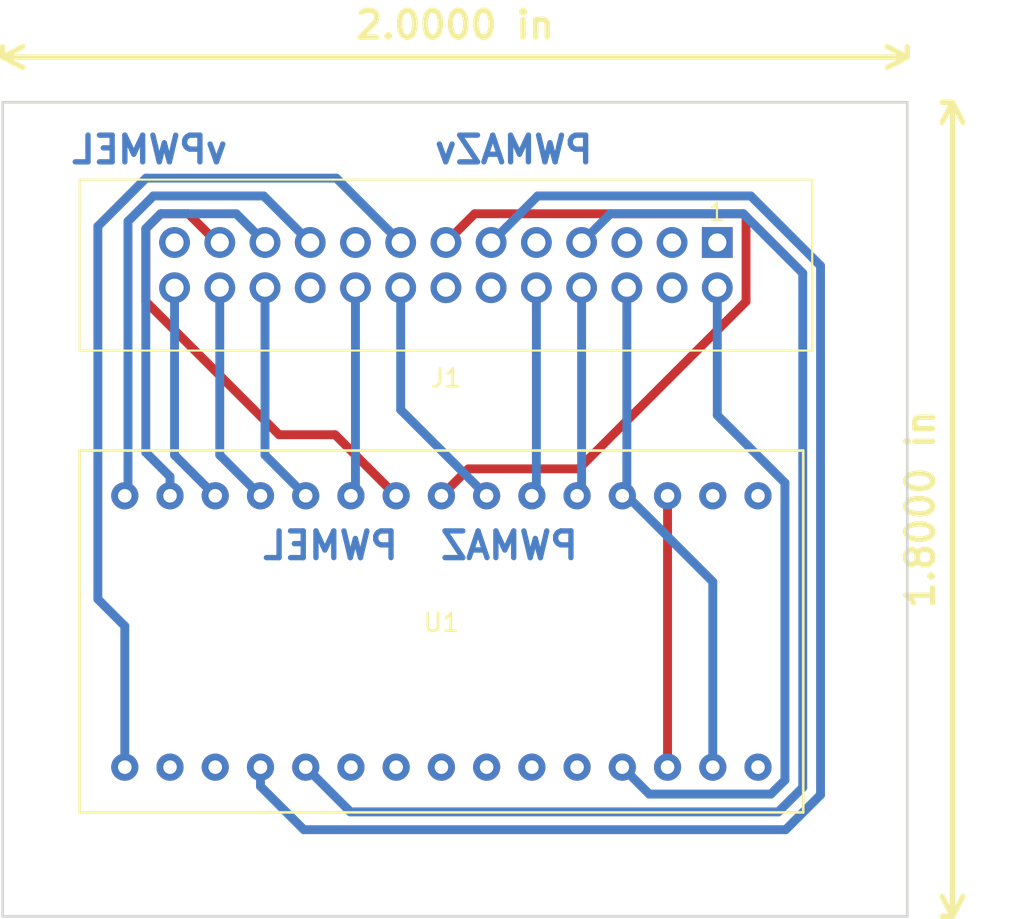
<source format=kicad_pcb>
(kicad_pcb (version 20171130) (host pcbnew "(5.1.12)-1")

  (general
    (thickness 1.6)
    (drawings 10)
    (tracks 84)
    (zones 0)
    (modules 2)
    (nets 39)
  )

  (page A4)
  (layers
    (0 F.Cu signal)
    (31 B.Cu signal)
    (32 B.Adhes user hide)
    (33 F.Adhes user)
    (34 B.Paste user)
    (35 F.Paste user)
    (36 B.SilkS user)
    (37 F.SilkS user)
    (38 B.Mask user)
    (39 F.Mask user)
    (40 Dwgs.User user)
    (41 Cmts.User user)
    (42 Eco1.User user)
    (43 Eco2.User user)
    (44 Edge.Cuts user)
    (45 Margin user)
    (46 B.CrtYd user)
    (47 F.CrtYd user)
    (48 B.Fab user)
    (49 F.Fab user)
  )

  (setup
    (last_trace_width 0.5)
    (trace_clearance 0.5)
    (zone_clearance 0.508)
    (zone_45_only no)
    (trace_min 0.1524)
    (via_size 1)
    (via_drill 0.5)
    (via_min_size 0.6858)
    (via_min_drill 0.3302)
    (uvia_size 0.3)
    (uvia_drill 0.1)
    (uvias_allowed no)
    (uvia_min_size 0.2)
    (uvia_min_drill 0.1)
    (edge_width 0.15)
    (segment_width 0.2)
    (pcb_text_width 0.3)
    (pcb_text_size 1.5 1.5)
    (mod_edge_width 0.15)
    (mod_text_size 1 1)
    (mod_text_width 0.15)
    (pad_size 1.524 1.524)
    (pad_drill 0.762)
    (pad_to_mask_clearance 0.2)
    (aux_axis_origin 0 0)
    (visible_elements 7FFFFFFF)
    (pcbplotparams
      (layerselection 0x00030_ffffffff)
      (usegerberextensions false)
      (usegerberattributes true)
      (usegerberadvancedattributes true)
      (creategerberjobfile true)
      (excludeedgelayer true)
      (linewidth 2.000000)
      (plotframeref false)
      (viasonmask false)
      (mode 1)
      (useauxorigin false)
      (hpglpennumber 1)
      (hpglpenspeed 20)
      (hpglpendiameter 15.000000)
      (psnegative false)
      (psa4output false)
      (plotreference true)
      (plotvalue true)
      (plotinvisibletext false)
      (padsonsilk false)
      (subtractmaskfromsilk false)
      (outputformat 1)
      (mirror false)
      (drillshape 1)
      (scaleselection 1)
      (outputdirectory ""))
  )

  (net 0 "")
  (net 1 3V3)
  (net 2 5V)
  (net 3 "Net-(J1-Pad3)")
  (net 4 "Net-(J1-Pad4)")
  (net 5 "Net-(J1-Pad5)")
  (net 6 GND)
  (net 7 DIRAZ)
  (net 8 ELA)
  (net 9 "Net-(J1-Pad9)")
  (net 10 ELB)
  (net 11 BRKAZ)
  (net 12 "Net-(J1-Pad12)")
  (net 13 PWMAZ)
  (net 14 "Net-(J1-Pad14)")
  (net 15 THAZ)
  (net 16 AZEND)
  (net 17 "Net-(J1-Pad17)")
  (net 18 ELEND)
  (net 19 DIREL)
  (net 20 "Net-(J1-Pad20)")
  (net 21 BRKEL)
  (net 22 AZB)
  (net 23 PWMEL)
  (net 24 AZA)
  (net 25 "Net-(J1-Pad25)")
  (net 26 THEL)
  (net 27 "Net-(U1-Pad3V3)")
  (net 28 "Net-(U1-PadREF)")
  (net 29 "Net-(U1-PadA3)")
  (net 30 "Net-(U1-PadA4)")
  (net 31 "Net-(U1-PadA5)")
  (net 32 "Net-(U1-PadA6)")
  (net 33 "Net-(U1-PadA7)")
  (net 34 "Net-(U1-PadRST)")
  (net 35 "Net-(U1-PadVIN)")
  (net 36 "Net-(U1-PadRX0)")
  (net 37 "Net-(U1-PadTX1)")
  (net 38 "Net-(U1-PadA2)")

  (net_class Default "This is the default net class."
    (clearance 0.5)
    (trace_width 0.5)
    (via_dia 1)
    (via_drill 0.5)
    (uvia_dia 0.3)
    (uvia_drill 0.1)
    (add_net 3V3)
    (add_net 5V)
    (add_net AZA)
    (add_net AZB)
    (add_net AZEND)
    (add_net BRKAZ)
    (add_net BRKEL)
    (add_net DIRAZ)
    (add_net DIREL)
    (add_net ELA)
    (add_net ELB)
    (add_net ELEND)
    (add_net GND)
    (add_net "Net-(J1-Pad12)")
    (add_net "Net-(J1-Pad14)")
    (add_net "Net-(J1-Pad17)")
    (add_net "Net-(J1-Pad20)")
    (add_net "Net-(J1-Pad25)")
    (add_net "Net-(J1-Pad3)")
    (add_net "Net-(J1-Pad4)")
    (add_net "Net-(J1-Pad5)")
    (add_net "Net-(J1-Pad9)")
    (add_net "Net-(U1-Pad3V3)")
    (add_net "Net-(U1-PadA2)")
    (add_net "Net-(U1-PadA3)")
    (add_net "Net-(U1-PadA4)")
    (add_net "Net-(U1-PadA5)")
    (add_net "Net-(U1-PadA6)")
    (add_net "Net-(U1-PadA7)")
    (add_net "Net-(U1-PadREF)")
    (add_net "Net-(U1-PadRST)")
    (add_net "Net-(U1-PadRX0)")
    (add_net "Net-(U1-PadTX1)")
    (add_net "Net-(U1-PadVIN)")
    (add_net PWMAZ)
    (add_net PWMEL)
    (add_net THAZ)
    (add_net THEL)
  )

  (module nanolib:ArduinoNano (layer F.Cu) (tedit 57FCDD58) (tstamp 5931531C)
    (at 146.558 121.158 180)
    (descr A0)
    (path /59307DA0)
    (fp_text reference U1 (at 0 0.5 180) (layer F.SilkS)
      (effects (font (size 1 1) (thickness 0.15)))
    )
    (fp_text value ArduinoNano (at 0 -0.5 180) (layer F.Fab)
      (effects (font (size 1 1) (thickness 0.15)))
    )
    (fp_line (start -20.32 -10.16) (end -20.32 10.16) (layer F.SilkS) (width 0.15))
    (fp_line (start -20.32 10.16) (end 20.32 10.16) (layer F.SilkS) (width 0.15))
    (fp_line (start 20.32 10.16) (end 20.32 -10.16) (layer F.SilkS) (width 0.15))
    (fp_line (start 20.32 -10.16) (end -20.32 -10.16) (layer F.SilkS) (width 0.15))
    (pad D13 thru_hole circle (at 17.78 -7.62 180) (size 1.524 1.524) (drill 0.762) (layers *.Cu *.Mask)
      (net 15 THAZ))
    (pad 3V3 thru_hole circle (at 15.24 -7.62 180) (size 1.524 1.524) (drill 0.762) (layers *.Cu *.Mask)
      (net 27 "Net-(U1-Pad3V3)"))
    (pad REF thru_hole circle (at 12.7 -7.62 180) (size 1.524 1.524) (drill 0.762) (layers *.Cu *.Mask)
      (net 28 "Net-(U1-PadREF)"))
    (pad A0 thru_hole circle (at 10.16 -7.62 180) (size 1.524 1.524) (drill 0.762) (layers *.Cu *.Mask)
      (net 11 BRKAZ))
    (pad A1 thru_hole circle (at 7.62 -7.62 180) (size 1.524 1.524) (drill 0.762) (layers *.Cu *.Mask)
      (net 7 DIRAZ))
    (pad A2 thru_hole circle (at 5.08 -7.62 180) (size 1.524 1.524) (drill 0.762) (layers *.Cu *.Mask)
      (net 38 "Net-(U1-PadA2)"))
    (pad A3 thru_hole circle (at 2.54 -7.62 180) (size 1.524 1.524) (drill 0.762) (layers *.Cu *.Mask)
      (net 29 "Net-(U1-PadA3)"))
    (pad A4 thru_hole circle (at 0 -7.62 180) (size 1.524 1.524) (drill 0.762) (layers *.Cu *.Mask)
      (net 30 "Net-(U1-PadA4)"))
    (pad A5 thru_hole circle (at -2.54 -7.62 180) (size 1.524 1.524) (drill 0.762) (layers *.Cu *.Mask)
      (net 31 "Net-(U1-PadA5)"))
    (pad A6 thru_hole circle (at -5.08 -7.62 180) (size 1.524 1.524) (drill 0.762) (layers *.Cu *.Mask)
      (net 32 "Net-(U1-PadA6)"))
    (pad A7 thru_hole circle (at -7.62 -7.62 180) (size 1.524 1.524) (drill 0.762) (layers *.Cu *.Mask)
      (net 33 "Net-(U1-PadA7)"))
    (pad 5V thru_hole circle (at -10.16 -7.62 180) (size 1.524 1.524) (drill 0.762) (layers *.Cu *.Mask)
      (net 2 5V))
    (pad RST thru_hole circle (at -12.7 -7.62 180) (size 1.524 1.524) (drill 0.762) (layers *.Cu *.Mask)
      (net 34 "Net-(U1-PadRST)"))
    (pad GND thru_hole circle (at -15.24 -7.62 180) (size 1.524 1.524) (drill 0.762) (layers *.Cu *.Mask)
      (net 6 GND))
    (pad VIN thru_hole circle (at -17.78 -7.62 180) (size 1.524 1.524) (drill 0.762) (layers *.Cu *.Mask)
      (net 35 "Net-(U1-PadVIN)"))
    (pad D12 thru_hole circle (at 17.78 7.62 180) (size 1.524 1.524) (drill 0.762) (layers *.Cu *.Mask)
      (net 19 DIREL))
    (pad D11 thru_hole circle (at 15.24 7.62 180) (size 1.524 1.524) (drill 0.762) (layers *.Cu *.Mask)
      (net 21 BRKEL))
    (pad D10 thru_hole circle (at 12.7 7.62 180) (size 1.524 1.524) (drill 0.762) (layers *.Cu *.Mask)
      (net 26 THEL))
    (pad D9 thru_hole circle (at 10.16 7.62 180) (size 1.524 1.524) (drill 0.762) (layers *.Cu *.Mask)
      (net 24 AZA))
    (pad D8 thru_hole circle (at 7.62 7.62 180) (size 1.524 1.524) (drill 0.762) (layers *.Cu *.Mask)
      (net 22 AZB))
    (pad D7 thru_hole circle (at 5.08 7.62 180) (size 1.524 1.524) (drill 0.762) (layers *.Cu *.Mask)
      (net 18 ELEND))
    (pad D6 thru_hole circle (at 2.54 7.62 180) (size 1.524 1.524) (drill 0.762) (layers *.Cu *.Mask)
      (net 23 PWMEL))
    (pad D5 thru_hole circle (at 0 7.62 180) (size 1.524 1.524) (drill 0.762) (layers *.Cu *.Mask)
      (net 13 PWMAZ))
    (pad D4 thru_hole circle (at -2.54 7.62 180) (size 1.524 1.524) (drill 0.762) (layers *.Cu *.Mask)
      (net 16 AZEND))
    (pad D3 thru_hole circle (at -5.08 7.62 180) (size 1.524 1.524) (drill 0.762) (layers *.Cu *.Mask)
      (net 10 ELB))
    (pad D2 thru_hole circle (at -7.62 7.62 180) (size 1.524 1.524) (drill 0.762) (layers *.Cu *.Mask)
      (net 8 ELA))
    (pad GND thru_hole circle (at -10.16 7.62 180) (size 1.524 1.524) (drill 0.762) (layers *.Cu *.Mask)
      (net 6 GND))
    (pad RST thru_hole circle (at -12.7 7.62 180) (size 1.524 1.524) (drill 0.762) (layers *.Cu *.Mask)
      (net 34 "Net-(U1-PadRST)"))
    (pad RX0 thru_hole circle (at -15.24 7.62 180) (size 1.524 1.524) (drill 0.762) (layers *.Cu *.Mask)
      (net 36 "Net-(U1-PadRX0)"))
    (pad TX1 thru_hole circle (at -17.78 7.62 180) (size 1.524 1.524) (drill 0.762) (layers *.Cu *.Mask)
      (net 37 "Net-(U1-PadTX1)"))
  )

  (module Connectors:IDC_Header_Straight_26pins (layer F.Cu) (tedit 0) (tstamp 593152F6)
    (at 162.052 99.314 180)
    (descr "26 pins through hole IDC header")
    (tags "IDC header socket VASCH")
    (path /59307677)
    (fp_text reference J1 (at 15.24 -7.62 180) (layer F.SilkS)
      (effects (font (size 1 1) (thickness 0.15)))
    )
    (fp_text value CONN_02X13 (at 16.383 -6.604 180) (layer F.Fab)
      (effects (font (size 1 1) (thickness 0.15)))
    )
    (fp_line (start -5.33 3.53) (end -5.33 -6.07) (layer F.SilkS) (width 0.12))
    (fp_line (start 35.81 3.53) (end -5.33 3.53) (layer F.SilkS) (width 0.12))
    (fp_line (start 35.81 -6.07) (end 35.81 3.53) (layer F.SilkS) (width 0.12))
    (fp_line (start -5.33 -6.07) (end 35.81 -6.07) (layer F.SilkS) (width 0.12))
    (fp_line (start -5.58 3.78) (end -5.58 -6.32) (layer F.CrtYd) (width 0.05))
    (fp_line (start 36.06 3.78) (end -5.58 3.78) (layer F.CrtYd) (width 0.05))
    (fp_line (start 36.06 -6.32) (end 36.06 3.78) (layer F.CrtYd) (width 0.05))
    (fp_line (start -5.58 -6.32) (end 36.06 -6.32) (layer F.CrtYd) (width 0.05))
    (fp_line (start 35.56 3.28) (end 35 2.73) (layer F.Fab) (width 0.1))
    (fp_line (start -5.08 3.28) (end -4.54 2.73) (layer F.Fab) (width 0.1))
    (fp_line (start 35.56 -5.82) (end 35 -5.27) (layer F.Fab) (width 0.1))
    (fp_line (start -5.08 -5.82) (end -4.54 -5.27) (layer F.Fab) (width 0.1))
    (fp_line (start 35 -5.27) (end 35 2.73) (layer F.Fab) (width 0.1))
    (fp_line (start 35.56 -5.82) (end 35.56 3.28) (layer F.Fab) (width 0.1))
    (fp_line (start -4.54 -5.27) (end -4.54 2.73) (layer F.Fab) (width 0.1))
    (fp_line (start -5.08 -5.82) (end -5.08 3.28) (layer F.Fab) (width 0.1))
    (fp_line (start 17.49 2.73) (end 17.49 3.28) (layer F.Fab) (width 0.1))
    (fp_line (start 12.99 2.73) (end 12.99 3.28) (layer F.Fab) (width 0.1))
    (fp_line (start 17.49 2.73) (end 35 2.73) (layer F.Fab) (width 0.1))
    (fp_line (start -4.54 2.73) (end 12.99 2.73) (layer F.Fab) (width 0.1))
    (fp_line (start -5.08 3.28) (end 35.56 3.28) (layer F.Fab) (width 0.1))
    (fp_line (start -4.54 -5.27) (end 35 -5.27) (layer F.Fab) (width 0.1))
    (fp_line (start -5.08 -5.82) (end 35.56 -5.82) (layer F.Fab) (width 0.1))
    (fp_text user 1 (at 0.02 1.72 180) (layer F.SilkS)
      (effects (font (size 1 1) (thickness 0.12)))
    )
    (pad 1 thru_hole rect (at 0 0 180) (size 1.7272 1.7272) (drill 1.016) (layers *.Cu *.Mask)
      (net 1 3V3))
    (pad 2 thru_hole oval (at 0 -2.54 180) (size 1.7272 1.7272) (drill 1.016) (layers *.Cu *.Mask)
      (net 2 5V))
    (pad 3 thru_hole oval (at 2.54 0 180) (size 1.7272 1.7272) (drill 1.016) (layers *.Cu *.Mask)
      (net 3 "Net-(J1-Pad3)"))
    (pad 4 thru_hole oval (at 2.54 -2.54 180) (size 1.7272 1.7272) (drill 1.016) (layers *.Cu *.Mask)
      (net 4 "Net-(J1-Pad4)"))
    (pad 5 thru_hole oval (at 5.08 0 180) (size 1.7272 1.7272) (drill 1.016) (layers *.Cu *.Mask)
      (net 5 "Net-(J1-Pad5)"))
    (pad 6 thru_hole oval (at 5.08 -2.54 180) (size 1.7272 1.7272) (drill 1.016) (layers *.Cu *.Mask)
      (net 6 GND))
    (pad 7 thru_hole oval (at 7.62 0 180) (size 1.7272 1.7272) (drill 1.016) (layers *.Cu *.Mask)
      (net 7 DIRAZ))
    (pad 8 thru_hole oval (at 7.62 -2.54 180) (size 1.7272 1.7272) (drill 1.016) (layers *.Cu *.Mask)
      (net 8 ELA))
    (pad 9 thru_hole oval (at 10.16 0 180) (size 1.7272 1.7272) (drill 1.016) (layers *.Cu *.Mask)
      (net 9 "Net-(J1-Pad9)"))
    (pad 10 thru_hole oval (at 10.16 -2.54 180) (size 1.7272 1.7272) (drill 1.016) (layers *.Cu *.Mask)
      (net 10 ELB))
    (pad 11 thru_hole oval (at 12.7 0 180) (size 1.7272 1.7272) (drill 1.016) (layers *.Cu *.Mask)
      (net 11 BRKAZ))
    (pad 12 thru_hole oval (at 12.7 -2.54 180) (size 1.7272 1.7272) (drill 1.016) (layers *.Cu *.Mask)
      (net 12 "Net-(J1-Pad12)"))
    (pad 13 thru_hole oval (at 15.24 0 180) (size 1.7272 1.7272) (drill 1.016) (layers *.Cu *.Mask)
      (net 13 PWMAZ))
    (pad 14 thru_hole oval (at 15.24 -2.54 180) (size 1.7272 1.7272) (drill 1.016) (layers *.Cu *.Mask)
      (net 14 "Net-(J1-Pad14)"))
    (pad 15 thru_hole oval (at 17.78 0 180) (size 1.7272 1.7272) (drill 1.016) (layers *.Cu *.Mask)
      (net 15 THAZ))
    (pad 16 thru_hole oval (at 17.78 -2.54 180) (size 1.7272 1.7272) (drill 1.016) (layers *.Cu *.Mask)
      (net 16 AZEND))
    (pad 17 thru_hole oval (at 20.32 0 180) (size 1.7272 1.7272) (drill 1.016) (layers *.Cu *.Mask)
      (net 17 "Net-(J1-Pad17)"))
    (pad 18 thru_hole oval (at 20.32 -2.54 180) (size 1.7272 1.7272) (drill 1.016) (layers *.Cu *.Mask)
      (net 18 ELEND))
    (pad 19 thru_hole oval (at 22.86 0 180) (size 1.7272 1.7272) (drill 1.016) (layers *.Cu *.Mask)
      (net 19 DIREL))
    (pad 20 thru_hole oval (at 22.86 -2.54 180) (size 1.7272 1.7272) (drill 1.016) (layers *.Cu *.Mask)
      (net 20 "Net-(J1-Pad20)"))
    (pad 21 thru_hole oval (at 25.4 0 180) (size 1.7272 1.7272) (drill 1.016) (layers *.Cu *.Mask)
      (net 21 BRKEL))
    (pad 22 thru_hole oval (at 25.4 -2.54 180) (size 1.7272 1.7272) (drill 1.016) (layers *.Cu *.Mask)
      (net 22 AZB))
    (pad 23 thru_hole oval (at 27.94 0 180) (size 1.7272 1.7272) (drill 1.016) (layers *.Cu *.Mask)
      (net 23 PWMEL))
    (pad 24 thru_hole oval (at 27.94 -2.54 180) (size 1.7272 1.7272) (drill 1.016) (layers *.Cu *.Mask)
      (net 24 AZA))
    (pad 25 thru_hole oval (at 30.48 0 180) (size 1.7272 1.7272) (drill 1.016) (layers *.Cu *.Mask)
      (net 25 "Net-(J1-Pad25)"))
    (pad 26 thru_hole oval (at 30.48 -2.54 180) (size 1.7272 1.7272) (drill 1.016) (layers *.Cu *.Mask)
      (net 26 THEL))
  )

  (dimension 45.72 (width 0.3) (layer F.SilkS)
    (gr_text "45.720 mm" (at 175.26 114.3 270) (layer F.SilkS)
      (effects (font (size 1.5 1.5) (thickness 0.3)))
    )
    (feature1 (pts (xy 175.26 137.16) (xy 175.26 137.16)))
    (feature2 (pts (xy 175.26 91.44) (xy 175.26 91.44)))
    (crossbar (pts (xy 175.26 91.44) (xy 175.26 137.16)))
    (arrow1a (pts (xy 175.26 137.16) (xy 174.673579 136.033496)))
    (arrow1b (pts (xy 175.26 137.16) (xy 175.846421 136.033496)))
    (arrow2a (pts (xy 175.26 91.44) (xy 174.673579 92.566504)))
    (arrow2b (pts (xy 175.26 91.44) (xy 175.846421 92.566504)))
  )
  (dimension 50.8 (width 0.3) (layer F.SilkS)
    (gr_text "50.800 mm" (at 147.32 88.9) (layer F.SilkS)
      (effects (font (size 1.5 1.5) (thickness 0.3)))
    )
    (feature1 (pts (xy 121.92 88.9) (xy 121.92 88.9)))
    (feature2 (pts (xy 172.72 88.9) (xy 172.72 88.9)))
    (crossbar (pts (xy 172.72 88.9) (xy 121.92 88.9)))
    (arrow1a (pts (xy 121.92 88.9) (xy 123.046504 88.313579)))
    (arrow1b (pts (xy 121.92 88.9) (xy 123.046504 89.486421)))
    (arrow2a (pts (xy 172.72 88.9) (xy 171.593496 88.313579)))
    (arrow2b (pts (xy 172.72 88.9) (xy 171.593496 89.486421)))
  )
  (gr_line (start 121.92 91.44) (end 172.72 91.44) (layer Edge.Cuts) (width 0.15))
  (gr_line (start 172.72 137.16) (end 172.72 91.44) (layer Edge.Cuts) (width 0.15))
  (gr_line (start 121.92 137.16) (end 172.72 137.16) (layer Edge.Cuts) (width 0.15))
  (gr_line (start 121.92 91.44) (end 121.92 137.16) (layer Edge.Cuts) (width 0.15))
  (gr_text PWMAZv (at 150.622 94.107) (layer B.Cu)
    (effects (font (size 1.5 1.5) (thickness 0.3)) (justify mirror))
  )
  (gr_text vPWMEL (at 130.175 94.107) (layer B.Cu)
    (effects (font (size 1.5 1.5) (thickness 0.3)) (justify mirror))
  )
  (gr_text PWMAZ (at 150.368 116.332) (layer B.Cu)
    (effects (font (size 1.5 1.5) (thickness 0.3)) (justify mirror))
  )
  (gr_text PWMEL (at 140.335 116.332) (layer B.Cu)
    (effects (font (size 1.5 1.5) (thickness 0.3)) (justify mirror))
  )

  (segment (start 162.052 101.854) (end 162.052 109.014) (width 0.5) (layer B.Cu) (net 2))
  (segment (start 162.052 109.014) (end 165.85 112.812) (width 0.5) (layer B.Cu) (net 2))
  (segment (start 165.85 112.812) (end 165.85 129.504) (width 0.5) (layer B.Cu) (net 2))
  (segment (start 165.85 129.504) (end 165.064 130.29) (width 0.5) (layer B.Cu) (net 2))
  (segment (start 165.064 130.29) (end 158.23 130.29) (width 0.5) (layer B.Cu) (net 2))
  (segment (start 158.23 130.29) (end 156.718 128.778) (width 0.5) (layer B.Cu) (net 2))
  (segment (start 156.845 113.411) (end 161.798 118.364) (width 0.5) (layer B.Cu) (net 6))
  (segment (start 161.798 118.364) (end 161.798 128.778) (width 0.5) (layer B.Cu) (net 6))
  (segment (start 156.845 113.411) (end 156.718 113.538) (width 0.5) (layer B.Cu) (net 6))
  (segment (start 156.972 101.854) (end 156.972 113.284) (width 0.5) (layer B.Cu) (net 6))
  (segment (start 156.972 113.284) (end 156.845 113.411) (width 0.5) (layer B.Cu) (net 6))
  (segment (start 156.972 113.284) (end 156.718 113.538) (width 0.5) (layer F.Cu) (net 6))
  (segment (start 138.938 128.778) (end 141.45 131.29) (width 0.5) (layer B.Cu) (net 7))
  (segment (start 141.45 131.29) (end 165.478 131.29) (width 0.5) (layer B.Cu) (net 7))
  (segment (start 165.478 131.29) (end 166.85 129.918) (width 0.5) (layer B.Cu) (net 7))
  (segment (start 166.85 129.918) (end 166.85 101.035) (width 0.5) (layer B.Cu) (net 7))
  (segment (start 166.85 101.035) (end 163.516 97.7004) (width 0.5) (layer B.Cu) (net 7))
  (segment (start 163.516 97.7004) (end 156.046 97.7004) (width 0.5) (layer B.Cu) (net 7))
  (segment (start 156.046 97.7004) (end 155.296 98.4504) (width 0.5) (layer B.Cu) (net 7))
  (segment (start 155.296 98.4504) (end 154.432 99.314) (width 0.5) (layer B.Cu) (net 7))
  (segment (start 154.178 102.108) (end 154.432 101.854) (width 0.1524) (layer F.Cu) (net 8))
  (segment (start 154.432 113.284) (end 154.178 113.538) (width 0.5) (layer F.Cu) (net 8))
  (segment (start 154.432 101.854) (end 154.432 113.284) (width 0.5) (layer B.Cu) (net 8))
  (segment (start 154.432 113.284) (end 154.178 113.538) (width 0.5) (layer B.Cu) (net 8))
  (segment (start 151.892 113.284) (end 151.638 113.538) (width 0.5) (layer F.Cu) (net 10))
  (segment (start 151.892 101.854) (end 151.892 113.284) (width 0.5) (layer B.Cu) (net 10))
  (segment (start 151.892 113.284) (end 151.638 113.538) (width 0.5) (layer B.Cu) (net 10))
  (segment (start 136.398 128.778) (end 136.398 129.856) (width 0.5) (layer B.Cu) (net 11))
  (segment (start 136.398 129.856) (end 138.832 132.29) (width 0.5) (layer B.Cu) (net 11))
  (segment (start 138.832 132.29) (end 165.892 132.29) (width 0.5) (layer B.Cu) (net 11))
  (segment (start 165.892 132.29) (end 167.85 130.332) (width 0.5) (layer B.Cu) (net 11))
  (segment (start 167.85 130.332) (end 167.85 100.621) (width 0.5) (layer B.Cu) (net 11))
  (segment (start 167.85 100.621) (end 163.93 96.7004) (width 0.5) (layer B.Cu) (net 11))
  (segment (start 163.93 96.7004) (end 151.966 96.7004) (width 0.5) (layer B.Cu) (net 11))
  (segment (start 151.966 96.7004) (end 150.216 98.4504) (width 0.5) (layer B.Cu) (net 11))
  (segment (start 150.216 98.4504) (end 149.352 99.314) (width 0.5) (layer B.Cu) (net 11))
  (segment (start 146.812 99.314) (end 148.426 97.7004) (width 0.5) (layer F.Cu) (net 13))
  (segment (start 148.426 97.7004) (end 163.516 97.7004) (width 0.5) (layer F.Cu) (net 13))
  (segment (start 163.516 97.7004) (end 163.666 97.8504) (width 0.5) (layer F.Cu) (net 13))
  (segment (start 163.666 97.8504) (end 163.666 102.629) (width 0.5) (layer F.Cu) (net 13))
  (segment (start 163.666 102.629) (end 154.268 112.026) (width 0.5) (layer F.Cu) (net 13))
  (segment (start 154.268 112.026) (end 148.07 112.026) (width 0.5) (layer F.Cu) (net 13))
  (segment (start 148.07 112.026) (end 146.558 113.538) (width 0.5) (layer F.Cu) (net 13))
  (segment (start 144.018 99.314) (end 144.272 99.314) (width 0.5) (layer F.Cu) (net 15))
  (segment (start 128.778 128.778) (end 128.778 120.856) (width 0.5) (layer B.Cu) (net 15))
  (segment (start 128.778 120.856) (end 127.266 119.344) (width 0.5) (layer B.Cu) (net 15))
  (segment (start 127.266 119.344) (end 127.266 98.4034) (width 0.5) (layer B.Cu) (net 15))
  (segment (start 127.266 98.4034) (end 129.969 95.7004) (width 0.5) (layer B.Cu) (net 15))
  (segment (start 129.969 95.7004) (end 140.658 95.7004) (width 0.5) (layer B.Cu) (net 15))
  (segment (start 140.658 95.7004) (end 143.408 98.4504) (width 0.5) (layer B.Cu) (net 15))
  (segment (start 143.408 98.4504) (end 144.272 99.314) (width 0.5) (layer B.Cu) (net 15))
  (segment (start 144.272 101.854) (end 144.272 108.712) (width 0.5) (layer B.Cu) (net 16))
  (segment (start 144.272 108.712) (end 149.098 113.538) (width 0.5) (layer B.Cu) (net 16))
  (segment (start 141.732 113.284) (end 141.478 113.538) (width 0.5) (layer F.Cu) (net 18))
  (segment (start 141.732 101.854) (end 141.732 113.284) (width 0.5) (layer B.Cu) (net 18))
  (segment (start 141.732 113.284) (end 141.478 113.538) (width 0.5) (layer B.Cu) (net 18))
  (segment (start 128.778 113.538) (end 128.958 113.718) (width 0.5) (layer B.Cu) (net 19))
  (segment (start 128.958 113.718) (end 128.958 98.1253) (width 0.5) (layer B.Cu) (net 19))
  (segment (start 128.958 98.1253) (end 130.383 96.7004) (width 0.5) (layer B.Cu) (net 19))
  (segment (start 130.383 96.7004) (end 136.578 96.7004) (width 0.5) (layer B.Cu) (net 19))
  (segment (start 136.578 96.7004) (end 138.328 98.4504) (width 0.5) (layer B.Cu) (net 19))
  (segment (start 138.328 98.4504) (end 139.192 99.314) (width 0.5) (layer B.Cu) (net 19))
  (segment (start 131.318 113.538) (end 131.318 112.46) (width 0.5) (layer B.Cu) (net 21))
  (segment (start 131.318 112.46) (end 129.958 111.101) (width 0.5) (layer B.Cu) (net 21))
  (segment (start 129.958 111.101) (end 129.958 98.5395) (width 0.5) (layer B.Cu) (net 21))
  (segment (start 129.958 98.5395) (end 130.797 97.7004) (width 0.5) (layer B.Cu) (net 21))
  (segment (start 130.797 97.7004) (end 135.038 97.7004) (width 0.5) (layer B.Cu) (net 21))
  (segment (start 135.038 97.7004) (end 135.788 98.4504) (width 0.5) (layer B.Cu) (net 21))
  (segment (start 135.788 98.4504) (end 136.652 99.314) (width 0.5) (layer B.Cu) (net 21))
  (segment (start 136.652 101.854) (end 136.652 111.252) (width 0.5) (layer B.Cu) (net 22))
  (segment (start 136.652 111.252) (end 138.938 113.538) (width 0.5) (layer B.Cu) (net 22))
  (segment (start 134.112 99.314) (end 134.112 99.4659) (width 0.5) (layer F.Cu) (net 23))
  (segment (start 134.112 99.4659) (end 132.347 97.7004) (width 0.5) (layer F.Cu) (net 23))
  (segment (start 132.347 97.7004) (end 130.797 97.7004) (width 0.5) (layer F.Cu) (net 23))
  (segment (start 130.797 97.7004) (end 129.958 98.5395) (width 0.5) (layer F.Cu) (net 23))
  (segment (start 129.958 98.5395) (end 129.958 102.629) (width 0.5) (layer F.Cu) (net 23))
  (segment (start 129.958 102.629) (end 137.439 110.109) (width 0.5) (layer F.Cu) (net 23))
  (segment (start 137.439 110.109) (end 140.589 110.109) (width 0.5) (layer F.Cu) (net 23))
  (segment (start 140.589 110.109) (end 144.018 113.538) (width 0.5) (layer F.Cu) (net 23))
  (segment (start 134.112 101.854) (end 134.112 111.252) (width 0.5) (layer B.Cu) (net 24))
  (segment (start 134.112 111.252) (end 136.398 113.538) (width 0.5) (layer B.Cu) (net 24))
  (segment (start 131.572 101.854) (end 131.572 111.252) (width 0.5) (layer B.Cu) (net 26))
  (segment (start 131.572 111.252) (end 133.858 113.538) (width 0.5) (layer B.Cu) (net 26))
  (segment (start 159.258 113.538) (end 159.258 128.778) (width 0.5) (layer F.Cu) (net 34))

)

</source>
